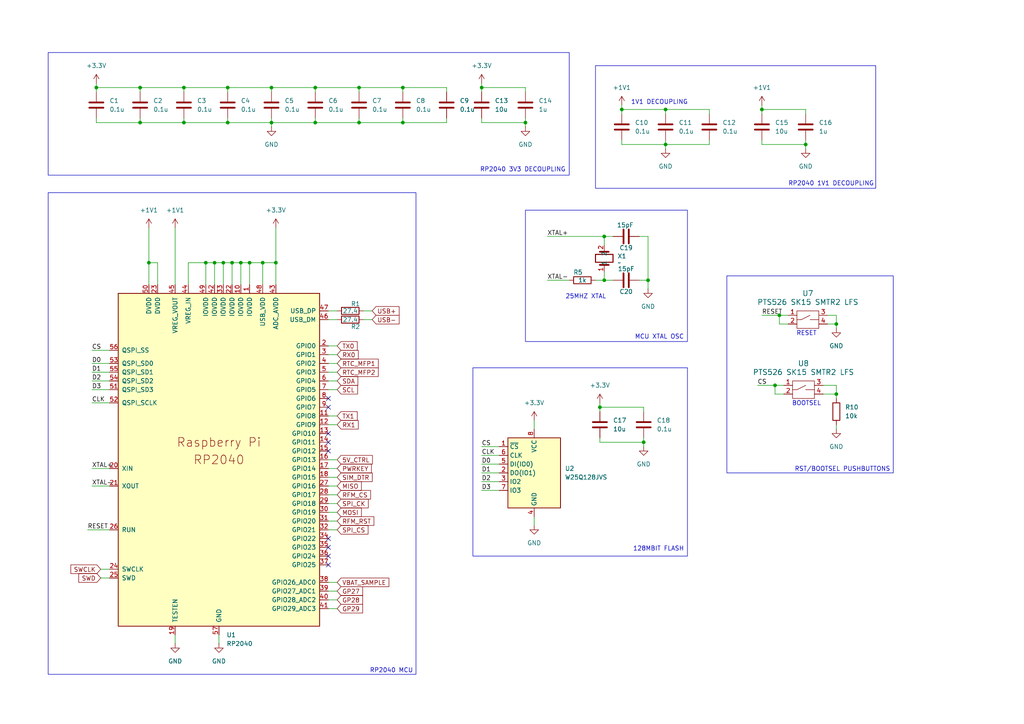
<source format=kicad_sch>
(kicad_sch (version 20231120) (generator "eeschema") (generator_version "8.0")
  (paper "A4")
  (lib_symbols
    (symbol "2024-05-28_14-35-54:PTS526_SK15_SMTR2_LFS" (pin_names (offset 0.254))
      (property "Reference" "U" (at 20.32 10.16 0))
      (property "Value" "PTS526 SK15 SMTR2 LFS" (at 20.32 7.62 0))
      (symbol "PTS526_SK15_SMTR2_LFS_1_1"
        (rectangle (start -3.81 1.27) (end 2.54 -3.81))
        (polyline (pts (xy -3.81 -1.27) (xy -2.54 -1.27)))
        (polyline (pts (xy -2.54 -1.27) (xy 0 0)))
        (polyline (pts (xy 2.54 -1.27) (xy 0 -1.27)))
        (pin passive line (at -6.35 0 0) (length 2.54) (name "") (number "1"))
        (pin passive line (at -6.35 -2.54 0) (length 2.54) (name "") (number "2"))
        (pin passive line (at 5.08 0 180) (length 2.54) (name "") (number "3"))
        (pin passive line (at 5.08 -2.54 180) (length 2.54) (name "") (number "4"))
      )
    )
    (symbol "Device:C" (pin_numbers hide) (pin_names (offset 0.254))
      (property "Reference" "C" (at 0.635 2.54 0))
      (property "Value" "C" (at 0.635 -2.54 0))
      (symbol "C_0_1"
        (polyline (pts (xy -2.032 -0.762) (xy 2.032 -0.762)) (stroke (width 0.508)))
        (polyline (pts (xy -2.032 0.762) (xy 2.032 0.762)) (stroke (width 0.508)))
      )
      (symbol "C_1_1"
        (pin passive line (at 0 3.81 270) (length 2.794) (name "~") (number "1"))
        (pin passive line (at 0 -3.81 90) (length 2.794) (name "~") (number "2"))
      )
    )
    (symbol "Device:R" (pin_numbers hide) (pin_names (offset 0))
      (property "Reference" "R" (at 2.032 0 90))
      (property "Value" "R" (at 0 0 90))
      (symbol "R_0_1"
        (rectangle (start -1.016 -2.54) (end 1.016 2.54) (stroke (width 0.254)))
      )
      (symbol "R_1_1"
        (pin passive line (at 0 3.81 270) (length 1.27) (name "~") (number "1"))
        (pin passive line (at 0 -3.81 90) (length 1.27) (name "~") (number "2"))
      )
    )
    (symbol "Device:XTAL-445"
      (property "Reference" "X" (at 0 0 0))
      (symbol "XTAL-445_0_1"
        (rectangle (start -1.143 -1.27) (end 1.143 -6.35) (stroke (width 0.3048)))
        (polyline (pts (xy -2.54 -3.81) (xy -1.905 -3.81)))
        (polyline (pts (xy -1.905 -5.08) (xy -1.905 -2.54)) (stroke (width 0.508)))
        (polyline (pts (xy 1.905 -5.08) (xy 1.905 -2.54)) (stroke (width 0.508)))
        (polyline (pts (xy 2.54 -3.81) (xy 1.905 -3.81)))
      )
      (symbol "XTAL-445_1_1"
        (pin passive line (at -3.81 -3.81 0) (length 1.27) (name "1") (number "1"))
        (pin passive line (at 3.81 -3.81 180) (length 1.27) (name "2") (number "2"))
      )
    )
    (symbol "MCU_RaspberryPi_RP2040:RP2040" (pin_names (offset 1.016))
      (property "Reference" "U" (at -29.21 49.53 0))
      (property "Value" "RP2040" (at 24.13 -49.53 0))
      (symbol "RP2040_0_0"
        (text "Raspberry Pi" (at 0 5.08 0) (effects (font (size 2.54 2.54))))
        (text "RP2040" (at 0 0 0) (effects (font (size 2.54 2.54))))
      )
      (symbol "RP2040_0_1"
        (rectangle (start 29.21 48.26) (end -29.21 -48.26) (stroke (width 0.254)) (fill (type background)))
      )
      (symbol "RP2040_1_1"
        (pin power_in line (at 8.89 50.8 270) (length 2.54) (name "IOVDD") (number "1"))
        (pin power_in line (at 6.35 50.8 270) (length 2.54) (name "IOVDD") (number "10"))
        (pin bidirectional line (at 31.75 12.7 180) (length 2.54) (name "GPIO8") (number "11"))
        (pin bidirectional line (at 31.75 10.16 180) (length 2.54) (name "GPIO9") (number "12"))
        (pin bidirectional line (at 31.75 7.62 180) (length 2.54) (name "GPIO10") (number "13"))
        (pin bidirectional line (at 31.75 5.08 180) (length 2.54) (name "GPIO11") (number "14"))
        (pin bidirectional line (at 31.75 2.54 180) (length 2.54) (name "GPIO12") (number "15"))
        (pin bidirectional line (at 31.75 0 180) (length 2.54) (name "GPIO13") (number "16"))
        (pin bidirectional line (at 31.75 -2.54 180) (length 2.54) (name "GPIO14") (number "17"))
        (pin bidirectional line (at 31.75 -5.08 180) (length 2.54) (name "GPIO15") (number "18"))
        (pin passive line (at -12.7 -50.8 90) (length 2.54) (name "TESTEN") (number "19"))
        (pin bidirectional line (at 31.75 33.02 180) (length 2.54) (name "GPIO0") (number "2"))
        (pin input line (at -31.75 -2.54 0) (length 2.54) (name "XIN") (number "20"))
        (pin passive line (at -31.75 -7.62 0) (length 2.54) (name "XOUT") (number "21"))
        (pin power_in line (at 3.81 50.8 270) (length 2.54) (name "IOVDD") (number "22"))
        (pin power_in line (at -17.78 50.8 270) (length 2.54) (name "DVDD") (number "23"))
        (pin output line (at -31.75 -31.75 0) (length 2.54) (name "SWCLK") (number "24"))
        (pin bidirectional line (at -31.75 -34.29 0) (length 2.54) (name "SWD") (number "25"))
        (pin input line (at -31.75 -20.32 0) (length 2.54) (name "RUN") (number "26"))
        (pin bidirectional line (at 31.75 -7.62 180) (length 2.54) (name "GPIO16") (number "27"))
        (pin bidirectional line (at 31.75 -10.16 180) (length 2.54) (name "GPIO17") (number "28"))
        (pin bidirectional line (at 31.75 -12.7 180) (length 2.54) (name "GPIO18") (number "29"))
        (pin bidirectional line (at 31.75 30.48 180) (length 2.54) (name "GPIO1") (number "3"))
        (pin bidirectional line (at 31.75 -15.24 180) (length 2.54) (name "GPIO19") (number "30"))
        (pin bidirectional line (at 31.75 -17.78 180) (length 2.54) (name "GPIO20") (number "31"))
        (pin bidirectional line (at 31.75 -20.32 180) (length 2.54) (name "GPIO21") (number "32"))
        (pin power_in line (at 1.27 50.8 270) (length 2.54) (name "IOVDD") (number "33"))
        (pin bidirectional line (at 31.75 -22.86 180) (length 2.54) (name "GPIO22") (number "34"))
        (pin bidirectional line (at 31.75 -25.4 180) (length 2.54) (name "GPIO23") (number "35"))
        (pin bidirectional line (at 31.75 -27.94 180) (length 2.54) (name "GPIO24") (number "36"))
        (pin bidirectional line (at 31.75 -30.48 180) (length 2.54) (name "GPIO25") (number "37"))
        (pin bidirectional line (at 31.75 -35.56 180) (length 2.54) (name "GPIO26_ADC0") (number "38"))
        (pin bidirectional line (at 31.75 -38.1 180) (length 2.54) (name "GPIO27_ADC1") (number "39"))
        (pin bidirectional line (at 31.75 27.94 180) (length 2.54) (name "GPIO2") (number "4"))
        (pin bidirectional line (at 31.75 -40.64 180) (length 2.54) (name "GPIO28_ADC2") (number "40"))
        (pin bidirectional line (at 31.75 -43.18 180) (length 2.54) (name "GPIO29_ADC3") (number "41"))
        (pin power_in line (at -1.27 50.8 270) (length 2.54) (name "IOVDD") (number "42"))
        (pin power_in line (at 16.51 50.8 270) (length 2.54) (name "ADC_AVDD") (number "43"))
        (pin power_in line (at -8.89 50.8 270) (length 2.54) (name "VREG_IN") (number "44"))
        (pin power_out line (at -12.7 50.8 270) (length 2.54) (name "VREG_VOUT") (number "45"))
        (pin bidirectional line (at 31.75 40.64 180) (length 2.54) (name "USB_DM") (number "46"))
        (pin bidirectional line (at 31.75 43.18 180) (length 2.54) (name "USB_DP") (number "47"))
        (pin power_in line (at 12.7 50.8 270) (length 2.54) (name "USB_VDD") (number "48"))
        (pin power_in line (at -3.81 50.8 270) (length 2.54) (name "IOVDD") (number "49"))
        (pin bidirectional line (at 31.75 25.4 180) (length 2.54) (name "GPIO3") (number "5"))
        (pin power_in line (at -20.32 50.8 270) (length 2.54) (name "DVDD") (number "50"))
        (pin bidirectional line (at -31.75 20.32 0) (length 2.54) (name "QSPI_SD3") (number "51"))
        (pin output line (at -31.75 16.51 0) (length 2.54) (name "QSPI_SCLK") (number "52"))
        (pin bidirectional line (at -31.75 27.94 0) (length 2.54) (name "QSPI_SD0") (number "53"))
        (pin bidirectional line (at -31.75 22.86 0) (length 2.54) (name "QSPI_SD2") (number "54"))
        (pin bidirectional line (at -31.75 25.4 0) (length 2.54) (name "QSPI_SD1") (number "55"))
        (pin bidirectional line (at -31.75 31.75 0) (length 2.54) (name "QSPI_SS") (number "56"))
        (pin power_in line (at 0 -50.8 90) (length 2.54) (name "GND") (number "57"))
        (pin bidirectional line (at 31.75 22.86 180) (length 2.54) (name "GPIO4") (number "6"))
        (pin bidirectional line (at 31.75 20.32 180) (length 2.54) (name "GPIO5") (number "7"))
        (pin bidirectional line (at 31.75 17.78 180) (length 2.54) (name "GPIO6") (number "8"))
        (pin bidirectional line (at 31.75 15.24 180) (length 2.54) (name "GPIO7") (number "9"))
      )
    )
    (symbol "Memory_Flash:W25Q128JVS"
      (property "Reference" "U" (at -8.89 8.89 0))
      (property "Value" "W25Q128JVS" (at 7.62 8.89 0))
      (symbol "W25Q128JVS_0_1"
        (rectangle (start -7.62 10.16) (end 7.62 -10.16) (stroke (width 0.254)) (fill (type background)))
      )
      (symbol "W25Q128JVS_1_1"
        (pin input line (at -10.16 7.62 0) (length 2.54) (name "~{CS}") (number "1"))
        (pin bidirectional line (at -10.16 0 0) (length 2.54) (name "DO(IO1)") (number "2"))
        (pin bidirectional line (at -10.16 -2.54 0) (length 2.54) (name "IO2") (number "3"))
        (pin power_in line (at 0 -12.7 90) (length 2.54) (name "GND") (number "4"))
        (pin bidirectional line (at -10.16 2.54 0) (length 2.54) (name "DI(IO0)") (number "5"))
        (pin input line (at -10.16 5.08 0) (length 2.54) (name "CLK") (number "6"))
        (pin bidirectional line (at -10.16 -5.08 0) (length 2.54) (name "IO3") (number "7"))
        (pin power_in line (at 0 12.7 270) (length 2.54) (name "VCC") (number "8"))
      )
    )
    (symbol "power:+1V1" (power) (pin_numbers hide) (pin_names (offset 0) hide)
      (property "Value" "+1V1" (at 0 3.556 0))
      (symbol "+1V1_0_1"
        (polyline (pts (xy -0.762 1.27) (xy 0 2.54)))
        (polyline (pts (xy 0 0) (xy 0 2.54)))
        (polyline (pts (xy 0 2.54) (xy 0.762 1.27)))
      )
      (symbol "+1V1_1_1"
        (pin power_in line (at 0 0 90) (length 0) (name "~") (number "1"))
      )
    )
    (symbol "power:+3.3V" (power) (pin_numbers hide) (pin_names (offset 0) hide)
      (property "Value" "+3.3V" (at 0 3.556 0))
      (symbol "+3.3V_0_1"
        (polyline (pts (xy -0.762 1.27) (xy 0 2.54)))
        (polyline (pts (xy 0 0) (xy 0 2.54)))
        (polyline (pts (xy 0 2.54) (xy 0.762 1.27)))
      )
      (symbol "+3.3V_1_1"
        (pin power_in line (at 0 0 90) (length 0) (name "~") (number "1"))
      )
    )
    (symbol "power:GND" (power) (pin_numbers hide) (pin_names (offset 0) hide)
      (property "Value" "GND" (at 0 -3.81 0))
      (symbol "GND_0_1"
        (polyline (pts (xy 0 0) (xy 0 -1.27) (xy 1.27 -1.27) (xy 0 -2.54) (xy -1.27 -1.27) (xy 0 -1.27)))
      )
      (symbol "GND_1_1"
        (pin power_in line (at 0 0 270) (length 0) (name "~") (number "1"))
      )
    )
  )
  (junction (at 173.99 118.11))
  (junction (at 53.34 35.56))
  (junction (at 66.04 35.56))
  (junction (at 193.04 41.91))
  (junction (at 152.4 35.56))
  (junction (at 233.68 41.91))
  (junction (at 76.2 76.2))
  (junction (at 242.57 114.3))
  (junction (at 116.84 25.4))
  (junction (at 224.79 111.76))
  (junction (at 27.94 25.4))
  (junction (at 193.04 31.75))
  (junction (at 187.96 81.28))
  (junction (at 78.74 25.4))
  (junction (at 104.14 25.4))
  (junction (at 139.7 25.4))
  (junction (at 40.64 25.4))
  (junction (at 80.01 76.2))
  (junction (at 186.69 128.27))
  (junction (at 220.98 31.75))
  (junction (at 72.39 76.2))
  (junction (at 242.57 93.98))
  (junction (at 104.14 35.56))
  (junction (at 175.26 81.28))
  (junction (at 91.44 35.56))
  (junction (at 43.18 76.2))
  (junction (at 69.85 76.2))
  (junction (at 91.44 25.4))
  (junction (at 53.34 25.4))
  (junction (at 64.77 76.2))
  (junction (at 59.69 76.2))
  (junction (at 40.64 35.56))
  (junction (at 226.06 91.44))
  (junction (at 116.84 35.56))
  (junction (at 78.74 35.56))
  (junction (at 62.23 76.2))
  (junction (at 66.04 25.4))
  (junction (at 180.34 31.75))
  (junction (at 67.31 76.2))
  (junction (at 175.26 68.58))
  (no_connect (at 95.25 115.57))
  (no_connect (at 95.25 130.81))
  (no_connect (at 95.25 125.73))
  (no_connect (at 95.25 128.27))
  (no_connect (at 95.25 156.21))
  (no_connect (at 95.25 161.29))
  (no_connect (at 95.25 163.83))
  (no_connect (at 95.25 118.11))
  (no_connect (at 95.25 158.75))
  (wire (pts (xy 27.94 35.56) (xy 27.94 34.29)))
  (wire (pts (xy 76.2 82.55) (xy 76.2 76.2)))
  (wire (pts (xy 186.69 128.27) (xy 186.69 129.54)))
  (wire (pts (xy 242.57 123.19) (xy 242.57 124.46)))
  (wire (pts (xy 27.94 24.13) (xy 27.94 25.4)))
  (wire (pts (xy 193.04 40.64) (xy 193.04 41.91)))
  (wire (pts (xy 53.34 25.4) (xy 66.04 25.4)))
  (wire (pts (xy 67.31 76.2) (xy 69.85 76.2)))
  (wire (pts (xy 95.25 168.91) (xy 97.79 168.91)))
  (wire (pts (xy 27.94 25.4) (xy 40.64 25.4)))
  (wire (pts (xy 172.72 81.28) (xy 175.26 81.28)))
  (wire (pts (xy 95.25 146.05) (xy 97.79 146.05)))
  (wire (pts (xy 193.04 41.91) (xy 193.04 43.18)))
  (wire (pts (xy 139.7 35.56) (xy 152.4 35.56)))
  (wire (pts (xy 180.34 33.02) (xy 180.34 31.75)))
  (wire (pts (xy 91.44 35.56) (xy 78.74 35.56)))
  (wire (pts (xy 240.03 93.98) (xy 242.57 93.98)))
  (wire (pts (xy 187.96 81.28) (xy 185.42 81.28)))
  (wire (pts (xy 175.26 68.58) (xy 177.8 68.58)))
  (wire (pts (xy 95.25 153.67) (xy 97.79 153.67)))
  (wire (pts (xy 91.44 34.29) (xy 91.44 35.56)))
  (wire (pts (xy 78.74 34.29) (xy 78.74 35.56)))
  (wire (pts (xy 129.54 34.29) (xy 129.54 35.56)))
  (wire (pts (xy 59.69 76.2) (xy 59.69 82.55)))
  (wire (pts (xy 72.39 76.2) (xy 76.2 76.2)))
  (wire (pts (xy 62.23 76.2) (xy 62.23 82.55)))
  (wire (pts (xy 69.85 82.55) (xy 69.85 76.2)))
  (wire (pts (xy 219.71 111.76) (xy 224.79 111.76)))
  (wire (pts (xy 220.98 30.48) (xy 220.98 31.75)))
  (wire (pts (xy 40.64 25.4) (xy 53.34 25.4)))
  (wire (pts (xy 180.34 31.75) (xy 193.04 31.75)))
  (wire (pts (xy 78.74 35.56) (xy 66.04 35.56)))
  (wire (pts (xy 173.99 118.11) (xy 173.99 119.38)))
  (wire (pts (xy 116.84 25.4) (xy 116.84 26.67)))
  (wire (pts (xy 104.14 34.29) (xy 104.14 35.56)))
  (wire (pts (xy 104.14 25.4) (xy 104.14 26.67)))
  (wire (pts (xy 26.67 110.49) (xy 31.75 110.49)))
  (wire (pts (xy 242.57 111.76) (xy 242.57 114.3)))
  (wire (pts (xy 43.18 66.04) (xy 43.18 76.2)))
  (wire (pts (xy 95.25 148.59) (xy 97.79 148.59)))
  (wire (pts (xy 25.4 153.67) (xy 31.75 153.67)))
  (wire (pts (xy 80.01 66.04) (xy 80.01 76.2)))
  (wire (pts (xy 76.2 76.2) (xy 80.01 76.2)))
  (wire (pts (xy 139.7 132.08) (xy 144.78 132.08)))
  (wire (pts (xy 78.74 25.4) (xy 78.74 26.67)))
  (wire (pts (xy 104.14 35.56) (xy 91.44 35.56)))
  (wire (pts (xy 242.57 114.3) (xy 242.57 115.57)))
  (wire (pts (xy 50.8 184.15) (xy 50.8 186.69)))
  (wire (pts (xy 238.76 114.3) (xy 242.57 114.3)))
  (wire (pts (xy 228.6 93.98) (xy 226.06 93.98)))
  (wire (pts (xy 95.25 143.51) (xy 97.79 143.51)))
  (wire (pts (xy 43.18 76.2) (xy 43.18 82.55)))
  (wire (pts (xy 29.21 167.64) (xy 31.75 167.64)))
  (wire (pts (xy 187.96 68.58) (xy 187.96 81.28)))
  (wire (pts (xy 26.67 116.84) (xy 31.75 116.84)))
  (wire (pts (xy 26.67 107.95) (xy 31.75 107.95)))
  (wire (pts (xy 139.7 34.29) (xy 139.7 35.56)))
  (wire (pts (xy 158.75 68.58) (xy 175.26 68.58)))
  (wire (pts (xy 53.34 34.29) (xy 53.34 35.56)))
  (wire (pts (xy 78.74 35.56) (xy 78.74 36.83)))
  (wire (pts (xy 26.67 135.89) (xy 31.75 135.89)))
  (wire (pts (xy 95.25 138.43) (xy 97.79 138.43)))
  (wire (pts (xy 175.26 81.28) (xy 175.26 78.74)))
  (wire (pts (xy 154.94 149.86) (xy 154.94 152.4)))
  (wire (pts (xy 95.25 113.03) (xy 97.79 113.03)))
  (wire (pts (xy 26.67 101.6) (xy 31.75 101.6)))
  (wire (pts (xy 185.42 68.58) (xy 187.96 68.58)))
  (wire (pts (xy 139.7 137.16) (xy 144.78 137.16)))
  (wire (pts (xy 45.72 76.2) (xy 43.18 76.2)))
  (wire (pts (xy 95.25 100.33) (xy 97.79 100.33)))
  (wire (pts (xy 220.98 41.91) (xy 233.68 41.91)))
  (wire (pts (xy 220.98 40.64) (xy 220.98 41.91)))
  (wire (pts (xy 26.67 140.97) (xy 31.75 140.97)))
  (wire (pts (xy 69.85 76.2) (xy 72.39 76.2)))
  (wire (pts (xy 193.04 41.91) (xy 205.74 41.91)))
  (wire (pts (xy 177.8 81.28) (xy 175.26 81.28)))
  (wire (pts (xy 233.68 41.91) (xy 233.68 43.18)))
  (wire (pts (xy 129.54 35.56) (xy 116.84 35.56)))
  (wire (pts (xy 220.98 91.44) (xy 226.06 91.44)))
  (wire (pts (xy 233.68 40.64) (xy 233.68 41.91)))
  (wire (pts (xy 66.04 35.56) (xy 53.34 35.56)))
  (wire (pts (xy 139.7 129.54) (xy 144.78 129.54)))
  (wire (pts (xy 64.77 76.2) (xy 67.31 76.2)))
  (wire (pts (xy 139.7 25.4) (xy 152.4 25.4)))
  (wire (pts (xy 139.7 134.62) (xy 144.78 134.62)))
  (wire (pts (xy 53.34 35.56) (xy 40.64 35.56)))
  (wire (pts (xy 26.67 113.03) (xy 31.75 113.03)))
  (wire (pts (xy 186.69 119.38) (xy 186.69 118.11)))
  (wire (pts (xy 139.7 24.13) (xy 139.7 25.4)))
  (wire (pts (xy 226.06 93.98) (xy 226.06 91.44)))
  (wire (pts (xy 116.84 25.4) (xy 129.54 25.4)))
  (wire (pts (xy 180.34 41.91) (xy 193.04 41.91)))
  (wire (pts (xy 54.61 82.55) (xy 54.61 76.2)))
  (wire (pts (xy 95.25 107.95) (xy 97.79 107.95)))
  (wire (pts (xy 173.99 127) (xy 173.99 128.27)))
  (wire (pts (xy 242.57 91.44) (xy 240.03 91.44)))
  (wire (pts (xy 116.84 34.29) (xy 116.84 35.56)))
  (wire (pts (xy 220.98 31.75) (xy 220.98 33.02)))
  (wire (pts (xy 59.69 76.2) (xy 62.23 76.2)))
  (wire (pts (xy 95.25 176.53) (xy 97.79 176.53)))
  (wire (pts (xy 173.99 118.11) (xy 186.69 118.11)))
  (wire (pts (xy 91.44 25.4) (xy 91.44 26.67)))
  (wire (pts (xy 62.23 76.2) (xy 64.77 76.2)))
  (wire (pts (xy 40.64 25.4) (xy 40.64 26.67)))
  (wire (pts (xy 224.79 114.3) (xy 224.79 111.76)))
  (wire (pts (xy 95.25 135.89) (xy 97.79 135.89)))
  (wire (pts (xy 40.64 34.29) (xy 40.64 35.56)))
  (wire (pts (xy 154.94 121.92) (xy 154.94 124.46)))
  (wire (pts (xy 95.25 123.19) (xy 97.79 123.19)))
  (wire (pts (xy 205.74 41.91) (xy 205.74 40.64)))
  (wire (pts (xy 242.57 93.98) (xy 242.57 91.44)))
  (wire (pts (xy 139.7 142.24) (xy 144.78 142.24)))
  (wire (pts (xy 91.44 25.4) (xy 104.14 25.4)))
  (wire (pts (xy 205.74 31.75) (xy 205.74 33.02)))
  (wire (pts (xy 227.33 114.3) (xy 224.79 114.3)))
  (wire (pts (xy 95.25 140.97) (xy 97.79 140.97)))
  (wire (pts (xy 180.34 30.48) (xy 180.34 31.75)))
  (wire (pts (xy 193.04 31.75) (xy 193.04 33.02)))
  (wire (pts (xy 66.04 25.4) (xy 66.04 26.67)))
  (wire (pts (xy 173.99 128.27) (xy 186.69 128.27)))
  (wire (pts (xy 27.94 26.67) (xy 27.94 25.4)))
  (wire (pts (xy 50.8 66.04) (xy 50.8 82.55)))
  (wire (pts (xy 67.31 76.2) (xy 67.31 82.55)))
  (wire (pts (xy 152.4 35.56) (xy 152.4 36.83)))
  (wire (pts (xy 95.25 92.71) (xy 97.79 92.71)))
  (wire (pts (xy 95.25 110.49) (xy 97.79 110.49)))
  (wire (pts (xy 158.75 81.28) (xy 165.1 81.28)))
  (wire (pts (xy 152.4 26.67) (xy 152.4 25.4)))
  (wire (pts (xy 105.41 92.71) (xy 107.95 92.71)))
  (wire (pts (xy 116.84 35.56) (xy 104.14 35.56)))
  (wire (pts (xy 173.99 116.84) (xy 173.99 118.11)))
  (wire (pts (xy 95.25 105.41) (xy 97.79 105.41)))
  (wire (pts (xy 180.34 40.64) (xy 180.34 41.91)))
  (wire (pts (xy 95.25 102.87) (xy 97.79 102.87)))
  (wire (pts (xy 40.64 35.56) (xy 27.94 35.56)))
  (wire (pts (xy 220.98 31.75) (xy 233.68 31.75)))
  (wire (pts (xy 64.77 76.2) (xy 64.77 82.55)))
  (wire (pts (xy 95.25 151.13) (xy 97.79 151.13)))
  (wire (pts (xy 175.26 71.12) (xy 175.26 68.58)))
  (wire (pts (xy 95.25 171.45) (xy 97.79 171.45)))
  (wire (pts (xy 80.01 76.2) (xy 80.01 82.55)))
  (wire (pts (xy 95.25 133.35) (xy 97.79 133.35)))
  (wire (pts (xy 45.72 76.2) (xy 45.72 82.55)))
  (wire (pts (xy 139.7 25.4) (xy 139.7 26.67)))
  (wire (pts (xy 187.96 81.28) (xy 187.96 83.82)))
  (wire (pts (xy 54.61 76.2) (xy 59.69 76.2)))
  (wire (pts (xy 78.74 25.4) (xy 91.44 25.4)))
  (wire (pts (xy 26.67 105.41) (xy 31.75 105.41)))
  (wire (pts (xy 95.25 90.17) (xy 97.79 90.17)))
  (wire (pts (xy 104.14 25.4) (xy 116.84 25.4)))
  (wire (pts (xy 66.04 25.4) (xy 78.74 25.4)))
  (wire (pts (xy 129.54 25.4) (xy 129.54 26.67)))
  (wire (pts (xy 53.34 25.4) (xy 53.34 26.67)))
  (wire (pts (xy 105.41 90.17) (xy 107.95 90.17)))
  (wire (pts (xy 95.25 120.65) (xy 97.79 120.65)))
  (wire (pts (xy 63.5 184.15) (xy 63.5 186.69)))
  (wire (pts (xy 66.04 34.29) (xy 66.04 35.56)))
  (wire (pts (xy 152.4 35.56) (xy 152.4 34.29)))
  (wire (pts (xy 29.21 165.1) (xy 31.75 165.1)))
  (wire (pts (xy 242.57 95.25) (xy 242.57 93.98)))
  (wire (pts (xy 193.04 31.75) (xy 205.74 31.75)))
  (wire (pts (xy 226.06 91.44) (xy 228.6 91.44)))
  (wire (pts (xy 233.68 33.02) (xy 233.68 31.75)))
  (wire (pts (xy 95.25 173.99) (xy 97.79 173.99)))
  (wire (pts (xy 72.39 76.2) (xy 72.39 82.55)))
  (wire (pts (xy 186.69 128.27) (xy 186.69 127)))
  (wire (pts (xy 224.79 111.76) (xy 227.33 111.76)))
  (wire (pts (xy 139.7 139.7) (xy 144.78 139.7)))
  (wire (pts (xy 238.76 111.76) (xy 242.57 111.76)))
  (rectangle (start 13.97 15.24) (end 165.1 50.8))
  (rectangle (start 172.72 19.05) (end 254 54.61))
  (rectangle (start 152.4 60.96) (end 199.39 99.06))
  (rectangle (start 137.16 106.68) (end 199.39 161.29))
  (rectangle (start 210.82 80.01) (end 259.08 137.16))
  (rectangle (start 13.97 55.88) (end 120.65 195.58))
  (text "RST/BOOTSEL PUSHBUTTONS" (at 244.348 136.144 0) (effects (font (size 1.27 1.27))))
  (text "RP2040 3V3 DECOUPLING" (at 151.638 49.276 0) (effects (font (size 1.27 1.27))))
  (text "RP2040 MCU" (at 113.538 194.564 0) (effects (font (size 1.27 1.27))))
  (text "RESET" (at 233.934 96.774 0) (effects (font (size 1.27 1.27))))
  (text "RP2040 1V1 DECOUPLING" (at 241.046 53.34 0) (effects (font (size 1.27 1.27))))
  (text "BOOTSEL" (at 233.934 117.094 0) (effects (font (size 1.27 1.27))))
  (text "MCU XTAL OSC" (at 191.262 97.79 0) (effects (font (size 1.27 1.27))))
  (text "1V1 DECOUPLING" (at 191.262 29.718 0) (effects (font (size 1.27 1.27))))
  (text "25MHZ XTAL" (at 169.926 86.106 0) (effects (font (size 1.27 1.27))))
  (text "128MBIT FLASH" (at 191.008 159.258 0) (effects (font (size 1.27 1.27))))
  (label "D2" (at 26.67 110.49 0))
  (label "CS" (at 26.67 101.6 0))
  (label "CLK" (at 26.67 116.84 0))
  (label "D3" (at 26.67 113.03 0))
  (label "D3" (at 139.7 142.24 0))
  (label "XTAL+" (at 26.67 135.89 0))
  (label "XTAL-" (at 158.75 81.28 0))
  (label "D1" (at 26.67 107.95 0))
  (label "CS" (at 139.7 129.54 0))
  (label "D0" (at 26.67 105.41 0))
  (label "XTAL-" (at 26.67 140.97 0))
  (label "CLK" (at 139.7 132.08 0))
  (label "CS" (at 219.71 111.76 0))
  (label "RESET" (at 220.98 91.44 0))
  (label "XTAL+" (at 158.75 68.58 0))
  (label "D1" (at 139.7 137.16 0))
  (label "RESET" (at 25.4 153.67 0))
  (label "D2" (at 139.7 139.7 0))
  (label "D0" (at 139.7 134.62 0))
  (global_label "SPI_CK" (shape input) (at 97.79 146.05 0) (property "Intersheetrefs" "${INTERSHEET_REFS}" (effects (hide yes))))
  (global_label "RFM_RST" (shape input) (at 97.79 151.13 0) (property "Intersheetrefs" "${INTERSHEET_REFS}" (effects (hide yes))))
  (global_label "TX1" (shape input) (at 97.79 120.65 0) (property "Intersheetrefs" "${INTERSHEET_REFS}" (effects (hide yes))))
  (global_label "RX1" (shape input) (at 97.79 123.19 0) (property "Intersheetrefs" "${INTERSHEET_REFS}" (effects (hide yes))))
  (global_label "SDA" (shape input) (at 97.79 110.49 0) (property "Intersheetrefs" "${INTERSHEET_REFS}" (effects (hide yes))))
  (global_label "MISO" (shape input) (at 97.79 140.97 0) (property "Intersheetrefs" "${INTERSHEET_REFS}" (effects (hide yes))))
  (global_label "RTC_MFP2" (shape input) (at 97.79 107.95 0) (property "Intersheetrefs" "${INTERSHEET_REFS}" (effects (hide yes))))
  (global_label "RTC_MFP1" (shape input) (at 97.79 105.41 0) (property "Intersheetrefs" "${INTERSHEET_REFS}" (effects (hide yes))))
  (global_label "SIM_DTR" (shape input) (at 97.79 138.43 0) (property "Intersheetrefs" "${INTERSHEET_REFS}" (effects (hide yes))))
  (global_label "5V_CTRL" (shape input) (at 97.79 133.35 0) (property "Intersheetrefs" "${INTERSHEET_REFS}" (effects (hide yes))))
  (global_label "TX0" (shape input) (at 97.79 100.33 0) (property "Intersheetrefs" "${INTERSHEET_REFS}" (effects (hide yes))))
  (global_label "SWCLK" (shape input) (at 29.21 165.1 180) (property "Intersheetrefs" "${INTERSHEET_REFS}" (effects (hide yes))))
  (global_label "GP28" (shape input) (at 97.79 173.99 0) (property "Intersheetrefs" "${INTERSHEET_REFS}" (effects (hide yes))))
  (global_label "RFM_CS" (shape input) (at 97.79 143.51 0) (property "Intersheetrefs" "${INTERSHEET_REFS}" (effects (hide yes))))
  (global_label "RX0" (shape input) (at 97.79 102.87 0) (property "Intersheetrefs" "${INTERSHEET_REFS}" (effects (hide yes))))
  (global_label "SWD" (shape input) (at 29.21 167.64 180) (property "Intersheetrefs" "${INTERSHEET_REFS}" (effects (hide yes))))
  (global_label "GP29" (shape input) (at 97.79 176.53 0) (property "Intersheetrefs" "${INTERSHEET_REFS}" (effects (hide yes))))
  (global_label "PWRKEY" (shape input) (at 97.79 135.89 0) (property "Intersheetrefs" "${INTERSHEET_REFS}" (effects (hide yes))))
  (global_label "VBAT_SAMPLE" (shape input) (at 97.79 168.91 0) (property "Intersheetrefs" "${INTERSHEET_REFS}" (effects (hide yes))))
  (global_label "MOSI" (shape input) (at 97.79 148.59 0) (property "Intersheetrefs" "${INTERSHEET_REFS}" (effects (hide yes))))
  (global_label "USB-" (shape input) (at 107.95 92.71 0) (property "Intersheetrefs" "${INTERSHEET_REFS}" (effects (hide yes))))
  (global_label "SCL" (shape input) (at 97.79 113.03 0) (property "Intersheetrefs" "${INTERSHEET_REFS}" (effects (hide yes))))
  (global_label "GP27" (shape input) (at 97.79 171.45 0) (property "Intersheetrefs" "${INTERSHEET_REFS}" (effects (hide yes))))
  (global_label "SPI_CS" (shape input) (at 97.79 153.67 0) (property "Intersheetrefs" "${INTERSHEET_REFS}" (effects (hide yes))))
  (global_label "USB+" (shape input) (at 107.95 90.17 0) (property "Intersheetrefs" "${INTERSHEET_REFS}" (effects (hide yes))))
  (symbol (lib_id "power:+1V1") (at 50.8 66.04 0) (unit 1)
    (property "Reference" "#PWR01" (effects (hide yes)))
    (property "Value" "+1V1" (at 50.8 60.96 0))
    (property "Description" "Power symbol creates a global label with name \"+1V1\"" (effects (hide yes)))
  )
  (symbol (lib_id "Device:R") (at 242.57 119.38 0) (unit 1)
    (property "Reference" "R10" (at 245.11 118.1099 0) (effects (justify left)))
    (property "Value" "10k" (at 245.11 120.6499 0) (effects (justify left)))
    (property "Footprint" "Resistor_SMD:R_0805_2012Metric_Pad1.20x1.40mm_HandSolder" (effects (hide yes)))
    (property "Description" "Resistor" (effects (hide yes)))
  )
  (symbol (lib_id "Device:C") (at 53.34 30.48 0) (unit 1)
    (property "Reference" "C3" (at 57.15 29.2099 0) (effects (justify left)))
    (property "Value" "0.1u" (at 57.15 31.7499 0) (effects (justify left)))
    (property "Footprint" "Capacitor_SMD:C_0402_1005Metric_Pad0.74x0.62mm_HandSolder" (effects (hide yes)))
    (property "Description" "Unpolarized capacitor" (effects (hide yes)))
  )
  (symbol (lib_id "Device:R") (at 101.6 90.17 90) (unit 1)
    (property "Reference" "R1" (at 103.124 88.138 90))
    (property "Value" "27.4" (at 101.6 90.17 90))
    (property "Footprint" "Resistor_SMD:R_0603_1608Metric_Pad0.98x0.95mm_HandSolder" (effects (hide yes)))
    (property "Description" "Resistor" (effects (hide yes)))
  )
  (symbol (lib_id "power:GND") (at 50.8 186.69 0) (unit 1)
    (property "Reference" "#PWR03" (effects (hide yes)))
    (property "Value" "GND" (at 50.8 191.77 0))
    (property "Description" "Power symbol creates a global label with name \"GND\" , ground" (effects (hide yes)))
  )
  (symbol (lib_id "power:+3.3V") (at 173.99 116.84 0) (unit 1)
    (property "Reference" "#PWR016" (effects (hide yes)))
    (property "Value" "+3.3V" (at 173.99 111.76 0))
    (property "Description" "Power symbol creates a global label with name \"+3.3V\"" (effects (hide yes)))
  )
  (symbol (lib_id "MCU_RaspberryPi_RP2040:RP2040") (at 63.5 133.35 0) (unit 1)
    (property "Reference" "U1" (at 65.6941 184.15 0) (effects (justify left)))
    (property "Value" "RP2040" (at 65.6941 186.69 0) (effects (justify left)))
    (property "Footprint" "RP2040_minimal_r2:RP2040-QFN-56" (effects (hide yes)))
  )
  (symbol (lib_id "Device:C") (at 173.99 123.19 0) (unit 1)
    (property "Reference" "C17" (at 177.8 121.9199 0) (effects (justify left)))
    (property "Value" "10u" (at 177.8 124.4599 0) (effects (justify left)))
    (property "Footprint" "Capacitor_SMD:C_0805_2012Metric_Pad1.18x1.45mm_HandSolder" (effects (hide yes)))
    (property "Description" "Unpolarized capacitor" (effects (hide yes)))
  )
  (symbol (lib_id "power:+3.3V") (at 27.94 24.13 0) (unit 1)
    (property "Reference" "#PWR09" (effects (hide yes)))
    (property "Value" "+3.3V" (at 27.94 19.05 0))
    (property "Description" "Power symbol creates a global label with name \"+3.3V\"" (effects (hide yes)))
  )
  (symbol (lib_id "Device:C") (at 129.54 30.48 0) (unit 1)
    (property "Reference" "C9" (at 133.35 29.2099 0) (effects (justify left)))
    (property "Value" "0.1u" (at 133.35 31.7499 0) (effects (justify left)))
    (property "Footprint" "Capacitor_SMD:C_0402_1005Metric_Pad0.74x0.62mm_HandSolder" (effects (hide yes)))
    (property "Description" "Unpolarized capacitor" (effects (hide yes)))
  )
  (symbol (lib_id "power:GND") (at 187.96 83.82 0) (unit 1)
    (property "Reference" "#PWR025" (effects (hide yes)))
    (property "Value" "GND" (at 187.96 88.9 0))
    (property "Description" "Power symbol creates a global label with name \"GND\" , ground" (effects (hide yes)))
  )
  (symbol (lib_id "Device:C") (at 40.64 30.48 0) (unit 1)
    (property "Reference" "C2" (at 44.45 29.2099 0) (effects (justify left)))
    (property "Value" "0.1u" (at 44.45 31.7499 0) (effects (justify left)))
    (property "Footprint" "Capacitor_SMD:C_0402_1005Metric_Pad0.74x0.62mm_HandSolder" (effects (hide yes)))
    (property "Description" "Unpolarized capacitor" (effects (hide yes)))
  )
  (symbol (lib_id "Device:C") (at 181.61 68.58 90) (unit 1)
    (property "Reference" "C19" (at 181.61 71.882 90))
    (property "Value" "15pF" (at 181.356 65.278 90))
    (property "Footprint" "Capacitor_SMD:C_0402_1005Metric_Pad0.74x0.62mm_HandSolder" (effects (hide yes)))
    (property "Description" "Unpolarized capacitor" (effects (hide yes)))
  )
  (symbol (lib_id "Device:C") (at 91.44 30.48 0) (unit 1)
    (property "Reference" "C6" (at 95.25 29.2099 0) (effects (justify left)))
    (property "Value" "0.1u" (at 95.25 31.7499 0) (effects (justify left)))
    (property "Footprint" "Capacitor_SMD:C_0402_1005Metric_Pad0.74x0.62mm_HandSolder" (effects (hide yes)))
    (property "Description" "Unpolarized capacitor" (effects (hide yes)))
  )
  (symbol (lib_id "power:GND") (at 193.04 43.18 0) (unit 1)
    (property "Reference" "#PWR010" (effects (hide yes)))
    (property "Value" "GND" (at 193.04 48.26 0))
    (property "Description" "Power symbol creates a global label with name \"GND\" , ground" (effects (hide yes)))
  )
  (symbol (lib_id "Device:C") (at 181.61 81.28 90) (unit 1)
    (property "Reference" "C20" (at 181.61 84.582 90))
    (property "Value" "15pF" (at 181.61 77.978 90))
    (property "Footprint" "Capacitor_SMD:C_0402_1005Metric_Pad0.74x0.62mm_HandSolder" (effects (hide yes)))
    (property "Description" "Unpolarized capacitor" (effects (hide yes)))
  )
  (symbol (lib_id "power:+1V1") (at 220.98 30.48 0) (unit 1)
    (property "Reference" "#PWR014" (effects (hide yes)))
    (property "Value" "+1V1" (at 220.98 25.4 0))
    (property "Description" "Power symbol creates a global label with name \"+1V1\"" (effects (hide yes)))
  )
  (symbol (lib_id "Device:R") (at 168.91 81.28 90) (unit 1)
    (property "Reference" "R5" (at 167.64 78.994 90))
    (property "Value" "1k" (at 168.91 81.28 90))
    (property "Footprint" "Resistor_SMD:R_0805_2012Metric_Pad1.20x1.40mm_HandSolder" (effects (hide yes)))
    (property "Description" "Resistor" (effects (hide yes)))
  )
  (symbol (lib_id "power:GND") (at 242.57 124.46 0) (unit 1)
    (property "Reference" "#PWR040" (effects (hide yes)))
    (property "Value" "GND" (at 242.57 129.54 0))
    (property "Description" "Power symbol creates a global label with name \"GND\" , ground" (effects (hide yes)))
  )
  (symbol (lib_id "power:GND") (at 63.5 186.69 0) (unit 1)
    (property "Reference" "#PWR04" (effects (hide yes)))
    (property "Value" "GND" (at 63.5 191.77 0))
    (property "Description" "Power symbol creates a global label with name \"GND\" , ground" (effects (hide yes)))
  )
  (symbol (lib_id "Device:C") (at 104.14 30.48 0) (unit 1)
    (property "Reference" "C7" (at 107.95 29.2099 0) (effects (justify left)))
    (property "Value" "0.1u" (at 107.95 31.7499 0) (effects (justify left)))
    (property "Footprint" "Capacitor_SMD:C_0402_1005Metric_Pad0.74x0.62mm_HandSolder" (effects (hide yes)))
    (property "Description" "Unpolarized capacitor" (effects (hide yes)))
  )
  (symbol (lib_id "Memory_Flash:W25Q128JVS") (at 154.94 137.16 0) (unit 1)
    (property "Reference" "U2" (at 163.83 135.8899 0) (effects (justify left)))
    (property "Value" "W25Q128JVS" (at 163.83 138.4299 0) (effects (justify left)))
    (property "Footprint" "Package_SO:SOIC-8_5.23x5.23mm_P1.27mm" (effects (hide yes)))
    (property "Datasheet" "http://www.winbond.com/resource-files/w25q128jv_dtr%20revc%2003272018%20plus.pdf" (effects (hide yes)))
    (property "Description" "128Mb Serial Flash Memory, Standard/Dual/Quad SPI, SOIC-8" (effects (hide yes)))
  )
  (symbol (lib_id "power:+1V1") (at 180.34 30.48 0) (unit 1)
    (property "Reference" "#PWR08" (effects (hide yes)))
    (property "Value" "+1V1" (at 180.34 25.4 0))
    (property "Description" "Power symbol creates a global label with name \"+1V1\"" (effects (hide yes)))
  )
  (symbol (lib_id "power:+1V1") (at 43.18 66.04 0) (unit 1)
    (property "Reference" "#PWR07" (effects (hide yes)))
    (property "Value" "+1V1" (at 43.18 60.96 0))
    (property "Description" "Power symbol creates a global label with name \"+1V1\"" (effects (hide yes)))
  )
  (symbol (lib_id "Device:R") (at 101.6 92.71 90) (unit 1)
    (property "Reference" "R2" (at 103.124 94.742 90))
    (property "Value" "27.4" (at 101.6 92.71 90))
    (property "Footprint" "Resistor_SMD:R_0603_1608Metric_Pad0.98x0.95mm_HandSolder" (effects (hide yes)))
    (property "Description" "Resistor" (effects (hide yes)))
  )
  (symbol (lib_id "Device:XTAL-445") (at 171.45 74.93 90) (unit 1)
    (property "Reference" "X1" (at 179.07 74.2949 90) (effects (justify right)))
    (property "Value" "~" (at 179.07 76.2 90) (effects (justify right)))
    (property "Footprint" "WiSDOM:XTAL-445" (effects (hide yes)))
  )
  (symbol (lib_id "Device:C") (at 193.04 36.83 0) (unit 1)
    (property "Reference" "C11" (at 196.85 35.5599 0) (effects (justify left)))
    (property "Value" "0.1u" (at 196.85 38.0999 0) (effects (justify left)))
    (property "Footprint" "Capacitor_SMD:C_0402_1005Metric_Pad0.74x0.62mm_HandSolder" (effects (hide yes)))
    (property "Description" "Unpolarized capacitor" (effects (hide yes)))
  )
  (symbol (lib_id "Device:C") (at 116.84 30.48 0) (unit 1)
    (property "Reference" "C8" (at 120.65 29.2099 0) (effects (justify left)))
    (property "Value" "0.1u" (at 120.65 31.7499 0) (effects (justify left)))
    (property "Footprint" "Capacitor_SMD:C_0402_1005Metric_Pad0.74x0.62mm_HandSolder" (effects (hide yes)))
    (property "Description" "Unpolarized capacitor" (effects (hide yes)))
  )
  (symbol (lib_id "Device:C") (at 233.68 36.83 0) (unit 1)
    (property "Reference" "C16" (at 237.49 35.5599 0) (effects (justify left)))
    (property "Value" "1u" (at 237.49 38.0999 0) (effects (justify left)))
    (property "Footprint" "Capacitor_SMD:C_0805_2012Metric_Pad1.18x1.45mm_HandSolder" (effects (hide yes)))
    (property "Description" "Unpolarized capacitor" (effects (hide yes)))
  )
  (symbol (lib_id "Device:C") (at 152.4 30.48 0) (unit 1)
    (property "Reference" "C14" (at 156.21 29.2099 0) (effects (justify left)))
    (property "Value" "1u" (at 156.21 31.7499 0) (effects (justify left)))
    (property "Footprint" "Capacitor_SMD:C_0805_2012Metric_Pad1.18x1.45mm_HandSolder" (effects (hide yes)))
    (property "Description" "Unpolarized capacitor" (effects (hide yes)))
  )
  (symbol (lib_id "power:+3.3V") (at 139.7 24.13 0) (unit 1)
    (property "Reference" "#PWR012" (effects (hide yes)))
    (property "Value" "+3.3V" (at 139.7 19.05 0))
    (property "Description" "Power symbol creates a global label with name \"+3.3V\"" (effects (hide yes)))
  )
  (symbol (lib_id "power:GND") (at 152.4 36.83 0) (unit 1)
    (property "Reference" "#PWR013" (effects (hide yes)))
    (property "Value" "GND" (at 152.4 41.91 0))
    (property "Description" "Power symbol creates a global label with name \"GND\" , ground" (effects (hide yes)))
  )
  (symbol (lib_id "power:GND") (at 242.57 95.25 0) (unit 1)
    (property "Reference" "#PWR039" (effects (hide yes)))
    (property "Value" "GND" (at 242.57 100.33 0))
    (property "Description" "Power symbol creates a global label with name \"GND\" , ground" (effects (hide yes)))
  )
  (symbol (lib_id "Device:C") (at 139.7 30.48 0) (unit 1)
    (property "Reference" "C13" (at 143.51 29.2099 0) (effects (justify left)))
    (property "Value" "10u" (at 143.51 31.7499 0) (effects (justify left)))
    (property "Footprint" "Capacitor_SMD:C_0805_2012Metric_Pad1.18x1.45mm_HandSolder" (effects (hide yes)))
    (property "Description" "Unpolarized capacitor" (effects (hide yes)))
  )
  (symbol (lib_id "Device:C") (at 78.74 30.48 0) (unit 1)
    (property "Reference" "C5" (at 82.55 29.2099 0) (effects (justify left)))
    (property "Value" "0.1u" (at 82.55 31.7499 0) (effects (justify left)))
    (property "Footprint" "Capacitor_SMD:C_0402_1005Metric_Pad0.74x0.62mm_HandSolder" (effects (hide yes)))
    (property "Description" "Unpolarized capacitor" (effects (hide yes)))
  )
  (symbol (lib_id "power:GND") (at 78.74 36.83 0) (unit 1)
    (property "Reference" "#PWR011" (effects (hide yes)))
    (property "Value" "GND" (at 78.74 41.91 0))
    (property "Description" "Power symbol creates a global label with name \"GND\" , ground" (effects (hide yes)))
  )
  (symbol (lib_id "Device:C") (at 180.34 36.83 0) (unit 1)
    (property "Reference" "C10" (at 184.15 35.5599 0) (effects (justify left)))
    (property "Value" "0.1u" (at 184.15 38.0999 0) (effects (justify left)))
    (property "Footprint" "Capacitor_SMD:C_0402_1005Metric_Pad0.74x0.62mm_HandSolder" (effects (hide yes)))
    (property "Description" "Unpolarized capacitor" (effects (hide yes)))
  )
  (symbol (lib_id "power:+3.3V") (at 154.94 121.92 0) (unit 1)
    (property "Reference" "#PWR05" (effects (hide yes)))
    (property "Value" "+3.3V" (at 154.94 116.84 0))
    (property "Description" "Power symbol creates a global label with name \"+3.3V\"" (effects (hide yes)))
  )
  (symbol (lib_id "Device:C") (at 66.04 30.48 0) (unit 1)
    (property "Reference" "C4" (at 69.85 29.2099 0) (effects (justify left)))
    (property "Value" "0.1u" (at 69.85 31.7499 0) (effects (justify left)))
    (property "Footprint" "Capacitor_SMD:C_0402_1005Metric_Pad0.74x0.62mm_HandSolder" (effects (hide yes)))
    (property "Description" "Unpolarized capacitor" (effects (hide yes)))
  )
  (symbol (lib_id "Device:C") (at 27.94 30.48 0) (unit 1)
    (property "Reference" "C1" (at 31.75 29.2099 0) (effects (justify left)))
    (property "Value" "0.1u" (at 31.75 31.7499 0) (effects (justify left)))
    (property "Footprint" "Capacitor_SMD:C_0402_1005Metric_Pad0.74x0.62mm_HandSolder" (effects (hide yes)))
    (property "Description" "Unpolarized capacitor" (effects (hide yes)))
  )
  (symbol (lib_id "2024-05-28_14-35-54:PTS526_SK15_SMTR2_LFS") (at 234.95 91.44 0) (unit 1)
    (property "Reference" "U7" (at 234.315 85.09 0) (effects (font (size 1.524 1.524))))
    (property "Value" "PTS526 SK15 SMTR2 LFS" (at 234.315 87.63 0) (effects (font (size 1.524 1.524))))
    (property "Footprint" "WiSDOM:PTS526" (effects (hide yes)))
    (property "Datasheet" "PTS526 SK15 SMTR2 LFS" (effects (hide yes)))
  )
  (symbol (lib_id "power:GND") (at 233.68 43.18 0) (unit 1)
    (property "Reference" "#PWR015" (effects (hide yes)))
    (property "Value" "GND" (at 233.68 48.26 0))
    (property "Description" "Power symbol creates a global label with name \"GND\" , ground" (effects (hide yes)))
  )
  (symbol (lib_id "power:GND") (at 186.69 129.54 0) (unit 1)
    (property "Reference" "#PWR017" (effects (hide yes)))
    (property "Value" "GND" (at 186.69 134.62 0))
    (property "Description" "Power symbol creates a global label with name \"GND\" , ground" (effects (hide yes)))
  )
  (symbol (lib_id "2024-05-28_14-35-54:PTS526_SK15_SMTR2_LFS") (at 233.68 111.76 0) (unit 1)
    (property "Reference" "U8" (at 233.045 105.41 0) (effects (font (size 1.524 1.524))))
    (property "Value" "PTS526 SK15 SMTR2 LFS" (at 233.045 107.95 0) (effects (font (size 1.524 1.524))))
    (property "Footprint" "WiSDOM:PTS526" (effects (hide yes)))
    (property "Datasheet" "PTS526 SK15 SMTR2 LFS" (effects (hide yes)))
  )
  (symbol (lib_id "power:+3.3V") (at 80.01 66.04 0) (unit 1)
    (property "Reference" "#PWR02" (effects (hide yes)))
    (property "Value" "+3.3V" (at 80.01 60.96 0))
    (property "Description" "Power symbol creates a global label with name \"+3.3V\"" (effects (hide yes)))
  )
  (symbol (lib_id "power:GND") (at 154.94 152.4 0) (unit 1)
    (property "Reference" "#PWR06" (effects (hide yes)))
    (property "Value" "GND" (at 154.94 157.48 0))
    (property "Description" "Power symbol creates a global label with name \"GND\" , ground" (effects (hide yes)))
  )
  (symbol (lib_id "Device:C") (at 186.69 123.19 0) (unit 1)
    (property "Reference" "C18" (at 190.5 121.9199 0) (effects (justify left)))
    (property "Value" "0.1u" (at 190.5 124.4599 0) (effects (justify left)))
    (property "Footprint" "Capacitor_SMD:C_0402_1005Metric_Pad0.74x0.62mm_HandSolder" (effects (hide yes)))
    (property "Description" "Unpolarized capacitor" (effects (hide yes)))
  )
  (symbol (lib_id "Device:C") (at 220.98 36.83 0) (unit 1)
    (property "Reference" "C15" (at 224.79 35.5599 0) (effects (justify left)))
    (property "Value" "10u" (at 224.79 38.0999 0) (effects (justify left)))
    (property "Footprint" "Capacitor_SMD:C_0805_2012Metric_Pad1.18x1.45mm_HandSolder" (effects (hide yes)))
    (property "Description" "Unpolarized capacitor" (effects (hide yes)))
  )
  (symbol (lib_id "Device:C") (at 205.74 36.83 0) (unit 1)
    (property "Reference" "C12" (at 209.55 35.5599 0) (effects (justify left)))
    (property "Value" "0.1u" (at 209.55 38.0999 0) (effects (justify left)))
    (property "Footprint" "Capacitor_SMD:C_0402_1005Metric_Pad0.74x0.62mm_HandSolder" (effects (hide yes)))
    (property "Description" "Unpolarized capacitor" (effects (hide yes)))
  )
)
</source>
